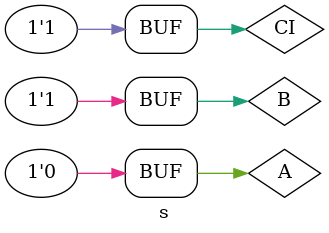
<source format=v>
`timescale 1ns / 1ps


module s();
    reg A = 1;
    reg B = 1;
    reg CI = 0;
    wire CO;
    wire S;
    FullAdder1 test(A, B, CI, S, CO);
    
    initial
    begin
        #100 A = 0; B = 1; CI = 1;
        #100 B = 1;
    end
endmodule

</source>
